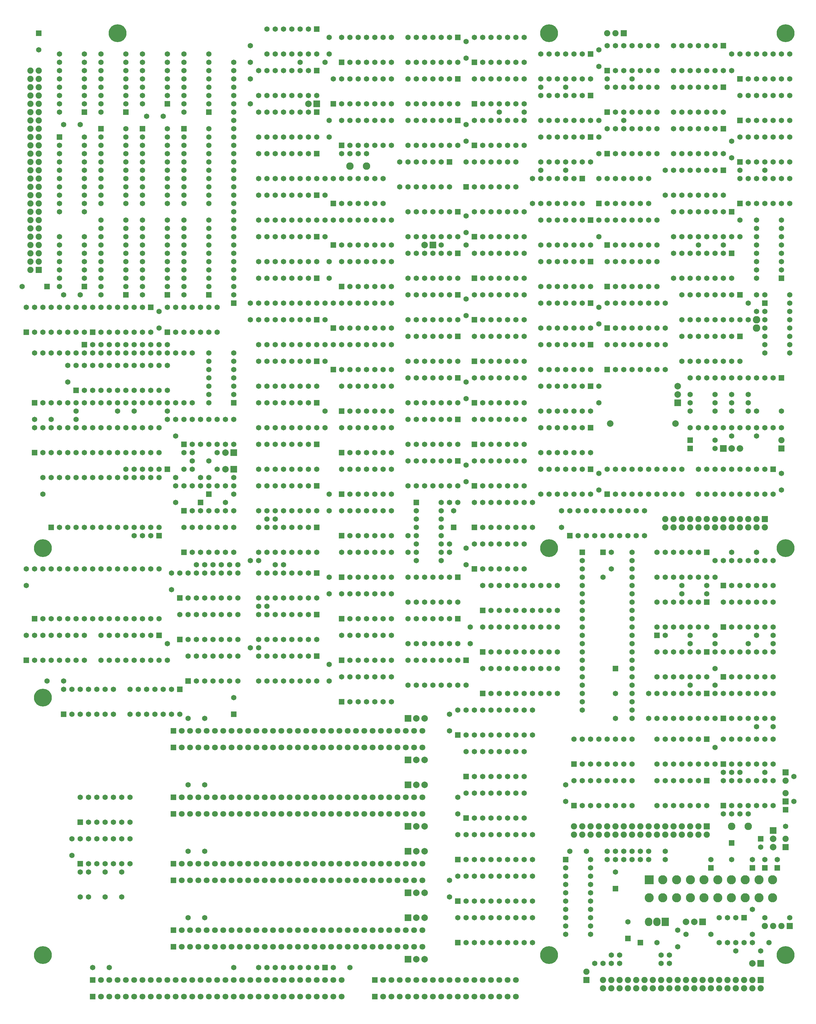
<source format=gbs>
G04*
G04  File:            MAINBOARD-V10.3.3.GBS, Thu Sep 04 11:49:13 2025*
G04  Source:          P-CAD 2006 PCB, Version 19.02.958, (D:\PCAD-2006\Projects\Pentagon-4096\Hardware\MainBoard-v10.3.3.PCB)*
G04  Format:          Gerber Format (RS-274-D), ASCII*
G04*
G04  Format Options:  Absolute Positioning*
G04                   Leading-Zero Suppression*
G04                   Scale Factor 1:1*
G04                   NO Circular Interpolation*
G04                   Inch Units*
G04                   Numeric Format: 4.4 (XXXX.XXXX)*
G04                   G54 NOT Used for Aperture Change*
G04                   Apertures Embedded*
G04*
G04  File Options:    Offset = (0.0mil,0.0mil)*
G04                   Drill Symbol Size = 80.0mil*
G04                   No Pad/Via Holes*
G04*
G04  File Contents:   Pads*
G04                   No Vias*
G04                   No Designators*
G04                   No Types*
G04                   No Values*
G04                   No Drill Symbols*
G04                   Bot Mask*
G04*
%INMAINBOARD-V10.3.3.GBS*%
%ICAS*%
%MOIN*%
G04*
G04  Aperture MACROs for general use --- invoked via D-code assignment *
G04*
G04  General MACRO for flashed round with rotation and/or offset hole *
%AMROTOFFROUND*
1,1,$1,0.0000,0.0000*
1,0,$2,$3,$4*%
G04*
G04  General MACRO for flashed oval (obround) with rotation and/or offset hole *
%AMROTOFFOVAL*
21,1,$1,$2,0.0000,0.0000,$3*
1,1,$4,$5,$6*
1,1,$4,0-$5,0-$6*
1,0,$7,$8,$9*%
G04*
G04  General MACRO for flashed oval (obround) with rotation and no hole *
%AMROTOVALNOHOLE*
21,1,$1,$2,0.0000,0.0000,$3*
1,1,$4,$5,$6*
1,1,$4,0-$5,0-$6*%
G04*
G04  General MACRO for flashed rectangle with rotation and/or offset hole *
%AMROTOFFRECT*
21,1,$1,$2,0.0000,0.0000,$3*
1,0,$4,$5,$6*%
G04*
G04  General MACRO for flashed rectangle with rotation and no hole *
%AMROTRECTNOHOLE*
21,1,$1,$2,0.0000,0.0000,$3*%
G04*
G04  General MACRO for flashed rounded-rectangle *
%AMROUNDRECT*
21,1,$1,$2-$4,0.0000,0.0000,$3*
21,1,$1-$4,$2,0.0000,0.0000,$3*
1,1,$4,$5,$6*
1,1,$4,$7,$8*
1,1,$4,0-$5,0-$6*
1,1,$4,0-$7,0-$8*
1,0,$9,$10,$11*%
G04*
G04  General MACRO for flashed rounded-rectangle with rotation and no hole *
%AMROUNDRECTNOHOLE*
21,1,$1,$2-$4,0.0000,0.0000,$3*
21,1,$1-$4,$2,0.0000,0.0000,$3*
1,1,$4,$5,$6*
1,1,$4,$7,$8*
1,1,$4,0-$5,0-$6*
1,1,$4,0-$7,0-$8*%
G04*
G04  General MACRO for flashed regular polygon *
%AMREGPOLY*
5,1,$1,0.0000,0.0000,$2,$3+$4*
1,0,$5,$6,$7*%
G04*
G04  General MACRO for flashed regular polygon with no hole *
%AMREGPOLYNOHOLE*
5,1,$1,0.0000,0.0000,$2,$3+$4*%
G04*
G04  General MACRO for target *
%AMTARGET*
6,0,0,$1,$2,$3,4,$4,$5,$6*%
G04*
G04  General MACRO for mounting hole *
%AMMTHOLE*
1,1,$1,0,0*
1,0,$2,0,0*
$1=$1-$2*
$1=$1/2*
21,1,$2+$1,$3,0,0,$4*
21,1,$3,$2+$1,0,0,$4*%
G04*
G04*
G04  D10 : "Ellipse X8.0mil Y8.0mil H0.0mil 0.0deg (0.0mil,0.0mil) Draw"*
G04  Disc: OuterDia=0.0080*
%ADD10C, 0.0080*%
G04  D11 : "Ellipse X10.0mil Y10.0mil H0.0mil 0.0deg (0.0mil,0.0mil) Draw"*
G04  Disc: OuterDia=0.0100*
%ADD11C, 0.0100*%
G04  D12 : "Ellipse X15.0mil Y15.0mil H0.0mil 0.0deg (0.0mil,0.0mil) Draw"*
G04  Disc: OuterDia=0.0150*
%ADD12C, 0.0150*%
G04  D13 : "Ellipse X25.0mil Y25.0mil H0.0mil 0.0deg (0.0mil,0.0mil) Draw"*
G04  Disc: OuterDia=0.0250*
%ADD13C, 0.0250*%
G04  D14 : "Ellipse X30.0mil Y30.0mil H0.0mil 0.0deg (0.0mil,0.0mil) Draw"*
G04  Disc: OuterDia=0.0300*
%ADD14C, 0.0300*%
G04  D15 : "Ellipse X40.0mil Y40.0mil H0.0mil 0.0deg (0.0mil,0.0mil) Draw"*
G04  Disc: OuterDia=0.0400*
%ADD15C, 0.0400*%
G04  D16 : "Ellipse X5.0mil Y5.0mil H0.0mil 0.0deg (0.0mil,0.0mil) Draw"*
G04  Disc: OuterDia=0.0050*
%ADD16C, 0.0050*%
G04  D17 : "Ellipse X6.0mil Y6.0mil H0.0mil 0.0deg (0.0mil,0.0mil) Draw"*
G04  Disc: OuterDia=0.0060*
%ADD17C, 0.0060*%
G04  D18 : "Ellipse X9.8mil Y9.8mil H0.0mil 0.0deg (0.0mil,0.0mil) Draw"*
G04  Disc: OuterDia=0.0098*
%ADD18C, 0.0098*%
G04  D19 : "Ellipse X110.0mil Y110.0mil H0.0mil 0.0deg (0.0mil,0.0mil) Flash"*
G04  Disc: OuterDia=0.1100*
%ADD19C, 0.1100*%
G04  D20 : "Ellipse X200.0mil Y200.0mil H0.0mil 0.0deg (0.0mil,0.0mil) Flash"*
G04  Disc: OuterDia=0.2000*
%ADD20C, 0.2000*%
G04  D21 : "Ellipse X215.0mil Y215.0mil H0.0mil 0.0deg (0.0mil,0.0mil) Flash"*
G04  Disc: OuterDia=0.2150*
%ADD21C, 0.2150*%
G04  D22 : "Ellipse X50.0mil Y50.0mil H0.0mil 0.0deg (0.0mil,0.0mil) Flash"*
G04  Disc: OuterDia=0.0500*
%ADD22C, 0.0500*%
G04  D23 : "Ellipse X56.0mil Y56.0mil H0.0mil 0.0deg (0.0mil,0.0mil) Flash"*
G04  Disc: OuterDia=0.0560*
%ADD23C, 0.0560*%
G04  D24 : "Ellipse X60.0mil Y60.0mil H0.0mil 0.0deg (0.0mil,0.0mil) Flash"*
G04  Disc: OuterDia=0.0600*
%ADD24C, 0.0600*%
G04  D25 : "Ellipse X64.0mil Y64.0mil H0.0mil 0.0deg (0.0mil,0.0mil) Flash"*
G04  Disc: OuterDia=0.0640*
%ADD25C, 0.0640*%
G04  D26 : "Ellipse X65.0mil Y65.0mil H0.0mil 0.0deg (0.0mil,0.0mil) Flash"*
G04  Disc: OuterDia=0.0650*
%ADD26C, 0.0650*%
G04  D27 : "Ellipse X71.0mil Y71.0mil H0.0mil 0.0deg (0.0mil,0.0mil) Flash"*
G04  Disc: OuterDia=0.0710*
%ADD27C, 0.0710*%
G04  D28 : "Ellipse X75.0mil Y75.0mil H0.0mil 0.0deg (0.0mil,0.0mil) Flash"*
G04  Disc: OuterDia=0.0750*
%ADD28C, 0.0750*%
G04  D29 : "Ellipse X79.0mil Y79.0mil H0.0mil 0.0deg (0.0mil,0.0mil) Flash"*
G04  Disc: OuterDia=0.0790*
%ADD29C, 0.0790*%
G04  D30 : "Ellipse X90.0mil Y90.0mil H0.0mil 0.0deg (0.0mil,0.0mil) Flash"*
G04  Disc: OuterDia=0.0900*
%ADD30C, 0.0900*%
G04  D31 : "Ellipse X95.0mil Y95.0mil H0.0mil 0.0deg (0.0mil,0.0mil) Flash"*
G04  Disc: OuterDia=0.0950*
%ADD31C, 0.0950*%
G04  D32 : "Oval X75.0mil Y87.0mil H0.0mil 0.0deg (0.0mil,0.0mil) Flash"*
G04  Obround: DimX=0.0750, DimY=0.0870, Rotation=0.0, OffsetX=0.0000, OffsetY=0.0000, HoleDia=0.0000 *
%ADD32O, 0.0750 X0.0870*%
G04  D33 : "Oval X90.0mil Y102.0mil H0.0mil 0.0deg (0.0mil,0.0mil) Flash"*
G04  Obround: DimX=0.0900, DimY=0.1020, Rotation=0.0, OffsetX=0.0000, OffsetY=0.0000, HoleDia=0.0000 *
%ADD33O, 0.0900 X0.1020*%
G04  D34 : "Rectangle X110.0mil Y110.0mil H0.0mil 0.0deg (0.0mil,0.0mil) Flash"*
G04  Square: Side=0.1100, Rotation=0.0, OffsetX=0.0000, OffsetY=0.0000, HoleDia=0.0000*
%ADD34R, 0.1100 X0.1100*%
G04  D35 : "Rectangle X50.0mil Y50.0mil H0.0mil 0.0deg (0.0mil,0.0mil) Flash"*
G04  Square: Side=0.0500, Rotation=0.0, OffsetX=0.0000, OffsetY=0.0000, HoleDia=0.0000*
%ADD35R, 0.0500 X0.0500*%
G04  D36 : "Rectangle X56.0mil Y56.0mil H0.0mil 0.0deg (0.0mil,0.0mil) Flash"*
G04  Square: Side=0.0560, Rotation=0.0, OffsetX=0.0000, OffsetY=0.0000, HoleDia=0.0000*
%ADD36R, 0.0560 X0.0560*%
G04  D37 : "Rectangle X60.0mil Y60.0mil H0.0mil 0.0deg (0.0mil,0.0mil) Flash"*
G04  Square: Side=0.0600, Rotation=0.0, OffsetX=0.0000, OffsetY=0.0000, HoleDia=0.0000*
%ADD37R, 0.0600 X0.0600*%
G04  D38 : "Rectangle X64.0mil Y64.0mil H0.0mil 0.0deg (0.0mil,0.0mil) Flash"*
G04  Square: Side=0.0640, Rotation=0.0, OffsetX=0.0000, OffsetY=0.0000, HoleDia=0.0000*
%ADD38R, 0.0640 X0.0640*%
G04  D39 : "Rectangle X65.0mil Y65.0mil H0.0mil 0.0deg (0.0mil,0.0mil) Flash"*
G04  Square: Side=0.0650, Rotation=0.0, OffsetX=0.0000, OffsetY=0.0000, HoleDia=0.0000*
%ADD39R, 0.0650 X0.0650*%
G04  D40 : "Rectangle X71.0mil Y71.0mil H0.0mil 0.0deg (0.0mil,0.0mil) Flash"*
G04  Square: Side=0.0710, Rotation=0.0, OffsetX=0.0000, OffsetY=0.0000, HoleDia=0.0000*
%ADD40R, 0.0710 X0.0710*%
G04  D41 : "Rectangle X75.0mil Y75.0mil H0.0mil 0.0deg (0.0mil,0.0mil) Flash"*
G04  Square: Side=0.0750, Rotation=0.0, OffsetX=0.0000, OffsetY=0.0000, HoleDia=0.0000*
%ADD41R, 0.0750 X0.0750*%
G04  D42 : "Rectangle X75.0mil Y87.0mil H0.0mil 0.0deg (0.0mil,0.0mil) Flash"*
G04  Rectangular: DimX=0.0750, DimY=0.0870, Rotation=0.0, OffsetX=0.0000, OffsetY=0.0000, HoleDia=0.0000 *
%ADD42R, 0.0750 X0.0870*%
G04  D43 : "Rectangle X79.0mil Y79.0mil H0.0mil 0.0deg (0.0mil,0.0mil) Flash"*
G04  Square: Side=0.0790, Rotation=0.0, OffsetX=0.0000, OffsetY=0.0000, HoleDia=0.0000*
%ADD43R, 0.0790 X0.0790*%
G04  D44 : "Rectangle X90.0mil Y102.0mil H0.0mil 0.0deg (0.0mil,0.0mil) Flash"*
G04  Rectangular: DimX=0.0900, DimY=0.1020, Rotation=0.0, OffsetX=0.0000, OffsetY=0.0000, HoleDia=0.0000 *
%ADD44R, 0.0900 X0.1020*%
G04  D45 : "Rectangle X95.0mil Y95.0mil H0.0mil 0.0deg (0.0mil,0.0mil) Flash"*
G04  Square: Side=0.0950, Rotation=0.0, OffsetX=0.0000, OffsetY=0.0000, HoleDia=0.0000*
%ADD45R, 0.0950 X0.0950*%
G04  D46 : "Ellipse X102.0mil Y102.0mil H0.0mil 0.0deg (0.0mil,0.0mil) Flash"*
G04  Disc: OuterDia=0.1020*
%ADD46C, 0.1020*%
G04  D47 : "Ellipse X118.0mil Y118.0mil H0.0mil 0.0deg (0.0mil,0.0mil) Flash"*
G04  Disc: OuterDia=0.1180*
%ADD47C, 0.1180*%
G04  D48 : "Ellipse X133.0mil Y133.0mil H0.0mil 0.0deg (0.0mil,0.0mil) Flash"*
G04  Disc: OuterDia=0.1330*
%ADD48C, 0.1330*%
G04  D49 : "Ellipse X20.0mil Y20.0mil H0.0mil 0.0deg (0.0mil,0.0mil) Flash"*
G04  Disc: OuterDia=0.0200*
%ADD49C, 0.0200*%
G04  D50 : "Ellipse X35.0mil Y35.0mil H0.0mil 0.0deg (0.0mil,0.0mil) Flash"*
G04  Disc: OuterDia=0.0350*
%ADD50C, 0.0350*%
G04  D51 : "Ellipse X55.0mil Y55.0mil H0.0mil 0.0deg (0.0mil,0.0mil) Flash"*
G04  Disc: OuterDia=0.0550*
%ADD51C, 0.0550*%
G04  D52 : "Ellipse X70.0mil Y70.0mil H0.0mil 0.0deg (0.0mil,0.0mil) Flash"*
G04  Disc: OuterDia=0.0700*
%ADD52C, 0.0700*%
G04  D53 : "Ellipse X87.0mil Y87.0mil H0.0mil 0.0deg (0.0mil,0.0mil) Flash"*
G04  Disc: OuterDia=0.0870*
%ADD53C, 0.0870*%
G04*
%FSLAX44Y44*%
%SFA1B1*%
%OFA0.0000B0.0000*%
G04*
G70*
G90*
G01*
D2*
%LNBot Mask*%
D26*
X154000Y123500D3*
Y125500D3*
X155000Y153500D3*
Y155500D3*
Y183500D3*
Y185500D3*
Y204500D3*
Y206500D3*
D21*
X193500Y106500D3*
Y217500D3*
D26*
X104000Y162000D3*
Y164000D3*
X107000Y175500D3*
Y177500D3*
X109500Y116500D3*
Y113500D3*
X108500Y116500D3*
Y113500D3*
X111500Y116500D3*
Y113500D3*
X119000Y144000D3*
Y142000D3*
X118000Y177500D3*
Y174500D3*
X119000Y172000D3*
Y171000D3*
Y177500D3*
Y174500D3*
X118000Y184000D3*
Y182000D3*
X121000Y167000D3*
Y165000D3*
X127500Y153500D3*
X126500D3*
X138500Y141500D3*
Y139500D3*
Y152000D3*
Y150000D3*
Y162000D3*
Y160000D3*
Y188000D3*
Y190000D3*
Y215000D3*
Y217000D3*
X148000Y155000D3*
Y157000D3*
X155000Y163500D3*
Y165500D3*
Y173500D3*
Y175500D3*
Y214500D3*
Y216500D3*
X167000Y125000D3*
Y127000D3*
X166500Y158000D3*
Y160000D3*
X172500Y105500D3*
Y106500D3*
X173000Y118000D3*
Y119000D3*
X172000D3*
Y118000D3*
D39*
X173000Y141000D3*
D26*
Y138000D3*
X172500Y155000D3*
Y153000D3*
X175000Y118000D3*
Y119000D3*
X176000Y118000D3*
Y119000D3*
X178500Y105500D3*
Y106500D3*
D39*
X184500Y117000D3*
D26*
Y118000D3*
X185000Y131500D3*
Y129500D3*
Y141000D3*
Y143000D3*
Y135000D3*
Y138000D3*
Y152000D3*
Y154000D3*
X187000Y202500D3*
Y204500D3*
Y213000D3*
Y215000D3*
D39*
X190500Y120500D3*
D26*
Y119500D3*
X190000Y186000D3*
Y184000D3*
D39*
X193500Y124000D3*
D26*
Y122000D3*
D41*
Y128500D3*
D28*
Y127500D3*
D21*
Y155500D3*
D26*
X193000Y164500D3*
Y162500D3*
D39*
X110000Y181500D3*
D26*
Y184500D3*
X138500Y205000D3*
Y207000D3*
X155000Y193500D3*
Y195500D3*
X180500Y109500D3*
Y107500D3*
X188000Y195000D3*
Y193000D3*
X189500Y109000D3*
Y112000D3*
D41*
X193500Y119500D3*
D28*
Y120500D3*
D21*
X104000Y106500D3*
D26*
X104500Y139500D3*
X106500D3*
X119500Y150500D3*
Y152500D3*
X117000Y157000D3*
X116000D3*
D39*
X118000D3*
D26*
X115000D3*
Y172000D3*
X113000D3*
X118500Y207500D3*
X116500D3*
D21*
X113000Y217500D3*
D26*
X131000Y148500D3*
X130000D3*
X124000Y164000D3*
X127000D3*
X122000Y166000D3*
X124000D3*
X122000Y167000D3*
X125000D3*
X142000Y203000D3*
X143000D3*
X140000D3*
X141000D3*
X135000Y214000D3*
X138000D3*
D29*
X150000Y119000D3*
D43*
X148000D3*
D29*
X149000D3*
X150000Y122000D3*
D43*
X148000D3*
D29*
X149000D3*
X150000Y127000D3*
D43*
X148000D3*
D29*
X149000D3*
X150000Y130000D3*
D43*
X148000D3*
D29*
X149000D3*
D21*
X165000Y106500D3*
D26*
X162000Y208000D3*
X159000D3*
X167000Y211000D3*
X164000D3*
D21*
X165000Y217500D3*
D39*
X174500Y108500D3*
D26*
Y110500D3*
D39*
X173000Y114500D3*
D26*
Y116500D3*
X179000Y119000D3*
Y118000D3*
D39*
X178000Y145000D3*
D26*
X179000D3*
X171000Y162500D3*
Y164500D3*
X172000Y212000D3*
X175000D3*
X171000Y213500D3*
Y215500D3*
X187500Y107000D3*
X190500D3*
D30*
X187000Y122000D3*
X189000D3*
D26*
X190000Y134000D3*
X192000D3*
X185000Y139000D3*
X182000D3*
X192000Y145000D3*
X190000D3*
X185000D3*
X182000D3*
X190000Y155000D3*
X187000D3*
Y169000D3*
X190000D3*
X187000Y172000D3*
X189000D3*
Y173000D3*
X187000D3*
X182000D3*
X185000D3*
Y172000D3*
X182000D3*
X107500Y118500D3*
Y120500D3*
D21*
X104000Y137500D3*
D26*
X102000Y151000D3*
Y153000D3*
D21*
X104000Y155500D3*
D26*
X105000Y171000D3*
X103000D3*
X108000Y172000D3*
Y171000D3*
D39*
X104500Y187000D3*
D26*
X101500D3*
X108500Y186000D3*
X106500D3*
X108500Y206500D3*
X106500D3*
X110000Y105000D3*
X112000D3*
X113500Y116500D3*
Y113500D3*
X116500Y138500D3*
X115500D3*
X118500D3*
X119500D3*
X115500Y135500D3*
X116500D3*
X119500D3*
X118500D3*
X117500Y138500D3*
X114500D3*
D39*
X120500D3*
D26*
X114500Y135500D3*
X117500D3*
X120500D3*
X115000Y165000D3*
X114000D3*
X117000D3*
X118000D3*
X116000D3*
D39*
X119000D3*
D26*
X120000Y161000D3*
Y163000D3*
X119000Y180000D3*
X118000D3*
X114000Y215000D3*
Y212000D3*
Y213000D3*
Y210000D3*
Y209000D3*
X111000Y215000D3*
Y213000D3*
Y212000D3*
Y209000D3*
Y210000D3*
X114000Y211000D3*
Y214000D3*
D39*
Y208000D3*
D26*
X111000Y214000D3*
Y211000D3*
Y208000D3*
X119000Y213000D3*
Y214000D3*
Y211000D3*
Y210000D3*
X116000Y214000D3*
Y213000D3*
Y210000D3*
Y211000D3*
X119000Y212000D3*
Y215000D3*
D39*
Y209000D3*
D26*
X116000Y215000D3*
Y212000D3*
Y209000D3*
X130000Y105000D3*
X127000D3*
D39*
Y135500D3*
D26*
Y137500D3*
X130000Y143500D3*
X129000D3*
X123500Y153500D3*
X122500D3*
X125500D3*
X124500D3*
X130000Y154000D3*
X129000D3*
D39*
X124000Y162000D3*
D26*
X127000D3*
X122000Y165000D3*
X125000D3*
D29*
X126000Y167000D3*
D43*
X127000D3*
D29*
X126000Y165000D3*
D43*
X127000D3*
D26*
Y177000D3*
Y178000D3*
Y175000D3*
Y174000D3*
X124000Y178000D3*
Y177000D3*
Y174000D3*
Y175000D3*
X127000Y176000D3*
Y179000D3*
D39*
Y173000D3*
D26*
X124000Y179000D3*
Y176000D3*
Y173000D3*
X129000Y183000D3*
Y185000D3*
Y209000D3*
Y212000D3*
Y216000D3*
Y214000D3*
X141000Y105000D3*
X139000D3*
X138000Y178000D3*
Y180000D3*
Y172000D3*
Y170000D3*
Y183000D3*
Y185000D3*
D30*
X141000Y201500D3*
X143000D3*
D26*
X138000Y198000D3*
Y200000D3*
X153000Y113500D3*
Y115500D3*
X148000Y142000D3*
X151000D3*
X150000D3*
X153000D3*
X154000D3*
X148000Y139000D3*
X150000D3*
X151000D3*
X153000D3*
X154000D3*
X152000Y142000D3*
X149000D3*
D39*
X155000D3*
D26*
X149000Y139000D3*
X152000D3*
X155000D3*
D29*
X150000Y135000D3*
D43*
X148000D3*
D29*
X149000D3*
D26*
X150000Y152000D3*
X149000D3*
X152000D3*
X153000D3*
X149000Y149000D3*
X150000D3*
X153000D3*
X152000D3*
X151000Y152000D3*
X148000D3*
D39*
X154000D3*
D26*
X148000Y149000D3*
X151000D3*
X154000D3*
X153000Y155000D3*
Y156000D3*
D39*
X153500Y158000D3*
D26*
Y160000D3*
X150000Y166000D3*
X149000D3*
X152000D3*
X153000D3*
X149000Y163000D3*
X150000D3*
X153000D3*
X152000D3*
X151000Y166000D3*
X148000D3*
D39*
X154000D3*
D26*
X148000Y163000D3*
X151000D3*
X154000D3*
Y161000D3*
X153000D3*
X150000Y176000D3*
X149000D3*
X152000D3*
X153000D3*
X149000Y173000D3*
X150000D3*
X153000D3*
X152000D3*
X151000Y176000D3*
X148000D3*
D39*
X154000D3*
D26*
X148000Y173000D3*
X151000D3*
X154000D3*
X152000Y192000D3*
X155000D3*
X150000Y186000D3*
X149000D3*
X152000D3*
X153000D3*
X149000Y183000D3*
X150000D3*
X153000D3*
X152000D3*
X151000Y186000D3*
X148000D3*
D39*
X154000D3*
D26*
X148000Y183000D3*
X151000D3*
X154000D3*
X150000Y191000D3*
X149000D3*
X152000D3*
X153000D3*
X149000Y188000D3*
X150000D3*
X153000D3*
X152000D3*
X151000Y191000D3*
X148000D3*
D39*
X154000D3*
D26*
X148000Y188000D3*
X151000D3*
X154000D3*
X149000Y202000D3*
X148000D3*
X151000D3*
X152000D3*
X148000Y199000D3*
X149000D3*
X152000D3*
X151000D3*
X150000Y202000D3*
X147000D3*
D39*
X153000D3*
D26*
X147000Y199000D3*
X150000D3*
X153000D3*
X150000Y212000D3*
X149000D3*
X152000D3*
X153000D3*
X149000Y209000D3*
X150000D3*
X153000D3*
X152000D3*
X151000Y212000D3*
X148000D3*
D39*
X154000D3*
D26*
X148000Y209000D3*
X151000D3*
X154000D3*
D21*
X165000Y155500D3*
D26*
X164000Y201000D3*
X167000D3*
D39*
X176000Y108000D3*
D26*
X178000D3*
X170500Y105500D3*
X171500D3*
X173500D3*
Y106500D3*
X179500Y105500D3*
Y106500D3*
X177000Y118000D3*
Y119000D3*
X174000D3*
Y118000D3*
X173000Y135000D3*
X175000D3*
D39*
X171500Y155000D3*
D26*
Y152000D3*
X171000Y173000D3*
Y175000D3*
X179000Y177000D3*
X176000D3*
X177000D3*
X174000D3*
X173000D3*
X179000Y180000D3*
X177000D3*
X176000D3*
X173000D3*
X174000D3*
X175000Y177000D3*
X178000D3*
D39*
X172000D3*
D26*
X178000Y180000D3*
X175000D3*
X172000D3*
D29*
X180500Y174000D3*
Y175000D3*
D43*
Y173000D3*
D26*
X179000Y182000D3*
X176000D3*
X177000D3*
X174000D3*
X173000D3*
X179000Y185000D3*
X177000D3*
X176000D3*
X173000D3*
X174000D3*
X175000Y182000D3*
X178000D3*
D39*
X172000D3*
D26*
X178000Y185000D3*
X175000D3*
X172000D3*
X176000Y187000D3*
X177000D3*
X174000D3*
X173000D3*
X177000Y190000D3*
X176000D3*
X173000D3*
X174000D3*
X175000Y187000D3*
X178000D3*
D39*
X172000D3*
D26*
X178000Y190000D3*
X175000D3*
X172000D3*
X171000Y182500D3*
Y184500D3*
Y203000D3*
Y205000D3*
X175000Y197000D3*
X176000D3*
X173000D3*
X172000D3*
X176000Y200000D3*
X175000D3*
X172000D3*
X173000D3*
X174000Y197000D3*
X177000D3*
D39*
X171000D3*
D26*
X177000Y200000D3*
X174000D3*
X171000D3*
X176000Y208000D3*
X177000D3*
X174000D3*
X173000D3*
X177000Y211000D3*
X176000D3*
X173000D3*
X174000D3*
X175000Y208000D3*
X178000D3*
D39*
X172000D3*
D26*
X178000Y211000D3*
X175000D3*
X172000D3*
X176000Y213000D3*
X177000D3*
X174000D3*
X173000D3*
X177000Y216000D3*
X176000D3*
X173000D3*
X174000D3*
X175000Y213000D3*
X178000D3*
D39*
X172000D3*
D26*
X178000Y216000D3*
X175000D3*
X172000D3*
X171000Y207000D3*
X174000D3*
X191500Y108000D3*
X189500D3*
D29*
Y105500D3*
D43*
X190500D3*
D39*
X187000Y120000D3*
D26*
Y118000D3*
D39*
X189500Y117000D3*
D26*
Y118000D3*
D39*
X191000Y117000D3*
D26*
Y118000D3*
X190000Y129500D3*
X191000D3*
X188000D3*
X187000D3*
X191000Y132500D3*
X190000D3*
X187000D3*
X188000D3*
X189000Y129500D3*
X192000D3*
D39*
X186000D3*
D26*
X192000Y132500D3*
X189000D3*
X186000D3*
X190000Y124500D3*
X191000D3*
X188000D3*
X187000D3*
X191000Y127500D3*
X190000D3*
X187000D3*
X188000D3*
X189000Y124500D3*
X192000D3*
D39*
X186000D3*
D26*
X192000Y127500D3*
X189000D3*
X186000D3*
Y123500D3*
X187000D3*
X188000D3*
X189000D3*
X191000Y128500D3*
X188000D3*
X187000D3*
X186000D3*
X190000Y140000D3*
X191000D3*
X188000D3*
X187000D3*
X191000Y143000D3*
X190000D3*
X187000D3*
X188000D3*
X189000Y140000D3*
X192000D3*
D39*
X186000D3*
D26*
X192000Y143000D3*
X189000D3*
X186000D3*
X190000Y135000D3*
X191000D3*
X188000D3*
X187000D3*
X191000Y138000D3*
X190000D3*
X187000D3*
X188000D3*
X189000Y135000D3*
X192000D3*
D39*
X186000D3*
D26*
X192000Y138000D3*
X189000D3*
X186000D3*
X192000Y144000D3*
X189000D3*
X185000D3*
X182000D3*
X190000Y151000D3*
X191000D3*
X188000D3*
X187000D3*
X191000Y154000D3*
X190000D3*
X187000D3*
X188000D3*
X189000Y151000D3*
X192000D3*
D39*
X186000D3*
D26*
X192000Y154000D3*
X189000D3*
X186000D3*
X190000Y146000D3*
X191000D3*
X188000D3*
X187000D3*
X191000Y149000D3*
X190000D3*
X187000D3*
X188000D3*
X189000Y146000D3*
X192000D3*
D39*
X186000D3*
D26*
X192000Y149000D3*
X189000D3*
X186000D3*
X184000Y165000D3*
X183000D3*
X187000D3*
X186000D3*
X190000D3*
X189000D3*
D39*
X192000D3*
D26*
X184000Y162000D3*
X183000D3*
X187000D3*
X186000D3*
X190000D3*
X189000D3*
X192000D3*
X185000Y165000D3*
X188000D3*
X191000D3*
X185000Y162000D3*
X188000D3*
X191000D3*
D39*
X182000Y167500D3*
D26*
X185000D3*
D29*
X188000D3*
D43*
X186000D3*
D29*
X187000D3*
D26*
X189000Y174000D3*
X187000D3*
X185000D3*
X182000D3*
X183000Y192000D3*
X186000D3*
X189000Y185000D3*
Y183000D3*
X188000Y201000D3*
X191000D3*
X194500Y125000D3*
Y128000D3*
D39*
X103500Y217500D3*
D26*
Y215500D3*
X111000Y145000D3*
X114000D3*
X113000D3*
X116000D3*
X117000D3*
X111000Y142000D3*
X113000D3*
X114000D3*
X116000D3*
X117000D3*
X115000Y145000D3*
X112000D3*
D39*
X118000D3*
D26*
X112000Y142000D3*
X115000D3*
X118000D3*
X114000Y194000D3*
Y195000D3*
Y191000D3*
Y192000D3*
Y188000D3*
Y189000D3*
D39*
Y186000D3*
D26*
X111000Y194000D3*
Y195000D3*
Y191000D3*
Y192000D3*
Y188000D3*
Y189000D3*
Y186000D3*
X114000Y193000D3*
Y190000D3*
Y187000D3*
X111000Y193000D3*
Y190000D3*
Y187000D3*
X119000Y194000D3*
Y195000D3*
Y191000D3*
Y192000D3*
Y188000D3*
Y189000D3*
D39*
Y186000D3*
D26*
X116000Y194000D3*
Y195000D3*
Y191000D3*
Y192000D3*
Y188000D3*
Y189000D3*
Y186000D3*
X119000Y193000D3*
Y190000D3*
Y187000D3*
X116000Y193000D3*
Y190000D3*
Y187000D3*
X120000Y169000D3*
Y171000D3*
X113000Y184500D3*
X112000D3*
X115000D3*
X116000D3*
X112000Y181500D3*
X113000D3*
X116000D3*
X115000D3*
X114000Y184500D3*
X111000D3*
D39*
X117000D3*
D26*
X111000Y181500D3*
X114000D3*
X117000D3*
X138000Y193000D3*
Y195000D3*
X153000Y133500D3*
Y135500D3*
X150000Y147000D3*
X149000D3*
X152000D3*
X153000D3*
X149000Y144000D3*
X150000D3*
X153000D3*
X152000D3*
X151000Y147000D3*
X148000D3*
D39*
X154000D3*
D26*
X148000Y144000D3*
X151000D3*
X154000D3*
X155500Y146000D3*
Y144000D3*
X149000Y154000D3*
Y157000D3*
Y156000D3*
Y159000D3*
Y160000D3*
X152000Y154000D3*
Y156000D3*
Y157000D3*
Y160000D3*
Y159000D3*
X149000Y158000D3*
Y155000D3*
D39*
Y161000D3*
D26*
X152000Y155000D3*
Y158000D3*
Y161000D3*
X150000Y196000D3*
X149000D3*
X152000D3*
X153000D3*
X149000Y193000D3*
X150000D3*
X153000D3*
X152000D3*
X151000Y196000D3*
X148000D3*
D39*
X154000D3*
D26*
X148000Y193000D3*
X151000D3*
X154000D3*
X150000Y171000D3*
X149000D3*
X152000D3*
X153000D3*
X149000Y168000D3*
X150000D3*
X153000D3*
X152000D3*
X151000Y171000D3*
X148000D3*
D39*
X154000D3*
D26*
X148000Y168000D3*
X151000D3*
X154000D3*
X150000Y181000D3*
X149000D3*
X152000D3*
X153000D3*
X149000Y178000D3*
X150000D3*
X153000D3*
X152000D3*
X151000Y181000D3*
X148000D3*
D39*
X154000D3*
D26*
X148000Y178000D3*
X151000D3*
X154000D3*
D29*
X150000Y192000D3*
D43*
X151000D3*
D26*
X150000Y217000D3*
X149000D3*
X152000D3*
X153000D3*
X149000Y214000D3*
X150000D3*
X153000D3*
X152000D3*
X151000Y217000D3*
X148000D3*
D39*
X154000D3*
D26*
X148000Y214000D3*
X151000D3*
X154000D3*
X150000Y207000D3*
X149000D3*
X152000D3*
X153000D3*
X149000Y204000D3*
X150000D3*
X153000D3*
X152000D3*
X151000Y207000D3*
X148000D3*
D39*
X154000D3*
D26*
X148000Y204000D3*
X151000D3*
X154000D3*
D44*
X179000Y110500D3*
D33*
X177000D3*
X178000D3*
D26*
X171000Y193000D3*
Y195000D3*
X176000Y192000D3*
X177000D3*
X174000D3*
X173000D3*
X177000Y195000D3*
X176000D3*
X173000D3*
X174000D3*
X175000Y192000D3*
X178000D3*
D39*
X172000D3*
D26*
X178000Y195000D3*
X175000D3*
X172000D3*
D29*
X180250Y170500D3*
X172375D3*
D26*
X176000Y203000D3*
X177000D3*
X174000D3*
X173000D3*
X177000Y206000D3*
X176000D3*
X173000D3*
X174000D3*
X175000Y203000D3*
X178000D3*
D39*
X172000D3*
D26*
X178000Y206000D3*
X175000D3*
X172000D3*
X186500Y111000D3*
X185500D3*
D39*
X188500D3*
D26*
X186500Y108000D3*
X185500D3*
X188500D3*
X187500Y111000D3*
Y108000D3*
D29*
X192000Y119500D3*
D43*
Y121500D3*
D29*
Y120500D3*
D39*
X182000Y168500D3*
D26*
X185000D3*
D30*
X190000Y183000D3*
Y182000D3*
D26*
X106000Y197000D3*
Y196000D3*
Y200000D3*
Y199000D3*
Y203000D3*
Y202000D3*
D39*
Y205000D3*
D26*
X109000Y197000D3*
Y196000D3*
Y200000D3*
Y199000D3*
Y203000D3*
Y202000D3*
Y205000D3*
X106000Y198000D3*
Y201000D3*
Y204000D3*
X109000Y198000D3*
Y201000D3*
Y204000D3*
D28*
X102500Y212000D3*
Y213000D3*
Y209000D3*
Y210000D3*
Y206000D3*
Y207000D3*
Y203000D3*
Y204000D3*
Y200000D3*
Y201000D3*
Y197000D3*
Y198000D3*
Y194000D3*
Y195000D3*
Y191000D3*
Y192000D3*
Y189000D3*
Y211000D3*
Y208000D3*
Y205000D3*
Y202000D3*
Y199000D3*
Y196000D3*
Y193000D3*
Y190000D3*
X103500Y212000D3*
Y213000D3*
Y209000D3*
Y210000D3*
Y206000D3*
Y207000D3*
Y203000D3*
Y204000D3*
Y200000D3*
Y201000D3*
Y197000D3*
Y198000D3*
Y194000D3*
Y195000D3*
Y191000D3*
Y192000D3*
D41*
Y189000D3*
D28*
Y211000D3*
Y208000D3*
Y205000D3*
Y202000D3*
Y199000D3*
Y196000D3*
Y193000D3*
Y190000D3*
D26*
X111000Y198000D3*
Y197000D3*
Y201000D3*
Y200000D3*
Y204000D3*
Y203000D3*
D39*
Y206000D3*
D26*
X114000Y198000D3*
Y197000D3*
Y201000D3*
Y200000D3*
Y204000D3*
Y203000D3*
Y206000D3*
X111000Y199000D3*
Y202000D3*
Y205000D3*
X114000Y199000D3*
Y202000D3*
Y205000D3*
X116000Y198000D3*
Y197000D3*
Y201000D3*
Y200000D3*
Y204000D3*
Y203000D3*
D39*
Y206000D3*
D26*
X119000Y198000D3*
Y197000D3*
Y201000D3*
Y200000D3*
Y204000D3*
Y203000D3*
Y206000D3*
X116000Y199000D3*
Y202000D3*
Y205000D3*
X119000Y199000D3*
Y202000D3*
Y205000D3*
X127000Y214000D3*
Y213000D3*
Y211000D3*
Y210000D3*
Y208000D3*
Y207000D3*
Y205000D3*
Y204000D3*
Y202000D3*
Y201000D3*
Y199000D3*
Y198000D3*
Y196000D3*
Y195000D3*
Y193000D3*
Y192000D3*
Y190000D3*
Y189000D3*
Y187000D3*
Y186000D3*
Y212000D3*
Y209000D3*
Y206000D3*
Y203000D3*
Y200000D3*
Y197000D3*
Y194000D3*
Y191000D3*
Y188000D3*
D39*
Y185000D3*
D29*
X150000Y106000D3*
D43*
X148000D3*
D29*
X149000D3*
D26*
X123500Y119000D3*
X121500D3*
X123500Y127000D3*
X121500D3*
D39*
X123000Y161000D3*
D26*
X126000D3*
X123000Y164000D3*
X120000D3*
D29*
X136000Y209000D3*
D43*
X137000D3*
D41*
X194000Y110000D3*
D28*
X193000D3*
X191000D3*
X192000D3*
D26*
X181500Y109000D3*
X184500D3*
X167500Y119000D3*
X169500D3*
X184000Y151000D3*
X181000D3*
X193000Y172000D3*
X190000D3*
D41*
X174000Y217500D3*
D28*
X172000D3*
X173000D3*
D26*
X131000Y105000D3*
X133000D3*
X134000D3*
X136000D3*
X137000D3*
X132000D3*
X135000D3*
D39*
X138000D3*
D26*
X112500Y117500D3*
X113500D3*
X110500D3*
X109500D3*
X113500Y120500D3*
X112500D3*
X109500D3*
X110500D3*
X111500Y117500D3*
X114500D3*
D39*
X108500D3*
D26*
X114500Y120500D3*
X111500D3*
X108500D3*
X123500Y111000D3*
X121500D3*
D29*
X150000Y114000D3*
D43*
X148000D3*
D29*
X149000D3*
X150000Y111000D3*
D43*
X148000D3*
D29*
X149000D3*
D26*
X112500Y122500D3*
X113500D3*
X110500D3*
X109500D3*
X113500Y125500D3*
X112500D3*
X109500D3*
X110500D3*
X111500Y122500D3*
X114500D3*
D39*
X108500D3*
D26*
X114500Y125500D3*
X111500D3*
X108500D3*
X130000Y142500D3*
X133000D3*
X132000D3*
X135000D3*
X136000D3*
X130000Y139500D3*
X132000D3*
X133000D3*
X136000D3*
X135000D3*
X134000Y142500D3*
X131000D3*
D39*
X137000D3*
D26*
X131000Y139500D3*
X134000D3*
X137000D3*
X144000Y142000D3*
X145000D3*
X142000D3*
X141000D3*
X145000Y145000D3*
X144000D3*
X141000D3*
X142000D3*
X143000Y142000D3*
X146000D3*
D39*
X140000D3*
D26*
X146000Y145000D3*
X143000D3*
X140000D3*
X144000Y137000D3*
X145000D3*
X142000D3*
X141000D3*
X145000Y140000D3*
X144000D3*
X141000D3*
X142000D3*
X143000Y137000D3*
X146000D3*
D39*
X140000D3*
D26*
X146000Y140000D3*
X143000D3*
X140000D3*
X125500Y139500D3*
X126500D3*
X123500D3*
X122500D3*
X126500Y142500D3*
X125500D3*
X122500D3*
X123500D3*
X124500Y139500D3*
X127500D3*
D39*
X121500D3*
D26*
X127500Y142500D3*
X124500D3*
X121500D3*
X110500Y135500D3*
X111500D3*
X108500D3*
X107500D3*
X111500Y138500D3*
X110500D3*
X107500D3*
X108500D3*
X109500Y135500D3*
X112500D3*
D39*
X106500D3*
D26*
X112500Y138500D3*
X109500D3*
X106500D3*
X123500Y135000D3*
X121500D3*
X130000Y152500D3*
X133000D3*
X132000D3*
X135000D3*
X136000D3*
X130000Y149500D3*
X132000D3*
X133000D3*
X135000D3*
X136000D3*
X134000Y152500D3*
X131000D3*
D39*
X137000D3*
D26*
X131000Y149500D3*
X134000D3*
X137000D3*
X144000Y147000D3*
X145000D3*
X142000D3*
X141000D3*
X145000Y150000D3*
X144000D3*
X141000D3*
X142000D3*
X143000Y147000D3*
X146000D3*
D39*
X140000D3*
D26*
X146000Y150000D3*
X143000D3*
X140000D3*
X144000Y152000D3*
X145000D3*
X142000D3*
X141000D3*
X145000Y155000D3*
X144000D3*
X141000D3*
X142000D3*
X143000Y152000D3*
X146000D3*
D39*
X140000D3*
D26*
X146000Y155000D3*
X143000D3*
X140000D3*
X127500Y149500D3*
X124500D3*
X125500D3*
X122500D3*
X121500D3*
X127500Y152500D3*
X125500D3*
X124500D3*
X122500D3*
X121500D3*
X123500Y149500D3*
X126500D3*
D39*
X120500D3*
D26*
X126500Y152500D3*
X123500D3*
X120500D3*
X133000Y153500D3*
X132000D3*
X118000Y158000D3*
X116000D3*
X115000D3*
X113000D3*
X112000D3*
X110000D3*
X109000D3*
X107000D3*
X106000D3*
X118000Y164000D3*
X116000D3*
X115000D3*
X113000D3*
X112000D3*
X110000D3*
X109000D3*
X107000D3*
X106000D3*
X117000Y158000D3*
X114000D3*
X111000D3*
X108000D3*
D39*
X105000D3*
D26*
X117000Y164000D3*
X114000D3*
X111000D3*
X105000D3*
X108000D3*
X144000Y162000D3*
X145000D3*
X142000D3*
X141000D3*
X145000Y165000D3*
X144000D3*
X141000D3*
X142000D3*
X143000Y162000D3*
X146000D3*
D39*
X140000D3*
D26*
X146000Y165000D3*
X143000D3*
X140000D3*
X130000Y168000D3*
X133000D3*
X132000D3*
X135000D3*
X136000D3*
X130000Y165000D3*
X132000D3*
X133000D3*
X135000D3*
X136000D3*
X134000Y168000D3*
X131000D3*
D39*
X137000D3*
D26*
X131000Y165000D3*
X134000D3*
X137000D3*
X130000Y163000D3*
X133000D3*
X132000D3*
X135000D3*
X136000D3*
X130000Y160000D3*
X132000D3*
X133000D3*
X135000D3*
X136000D3*
X134000Y163000D3*
X131000D3*
D39*
X137000D3*
D26*
X131000Y160000D3*
X134000D3*
X137000D3*
X125000D3*
X126000D3*
X123000D3*
X122000D3*
X126000Y163000D3*
X125000D3*
X122000D3*
X123000D3*
X124000Y160000D3*
X127000D3*
D39*
X121000D3*
D26*
X127000Y163000D3*
X124000D3*
X121000D3*
X131000Y159000D3*
X132000D3*
X110000Y180000D3*
X111000D3*
X113000D3*
X114000D3*
X116000D3*
X117000D3*
D39*
X109000D3*
D26*
X112000D3*
X115000D3*
X130000Y178000D3*
X133000D3*
X132000D3*
X135000D3*
X136000D3*
X130000Y175000D3*
X132000D3*
X133000D3*
X135000D3*
X136000D3*
X134000Y178000D3*
X131000D3*
D39*
X137000D3*
D26*
X131000Y175000D3*
X134000D3*
X137000D3*
X130000Y173000D3*
X133000D3*
X132000D3*
X135000D3*
X136000D3*
X130000Y170000D3*
X132000D3*
X133000D3*
X135000D3*
X136000D3*
X134000Y173000D3*
X131000D3*
D39*
X137000D3*
D26*
X131000Y170000D3*
X134000D3*
X137000D3*
X116000Y174500D3*
X117000D3*
X113000D3*
X114000D3*
X110000D3*
X111000D3*
D39*
X108000D3*
D26*
X116000Y177500D3*
X117000D3*
X113000D3*
X114000D3*
X110000D3*
X111000D3*
X108000D3*
X115000Y174500D3*
X112000D3*
X109000D3*
X115000Y177500D3*
X112000D3*
X109000D3*
X146000Y177000D3*
X143000D3*
X144000D3*
X141000D3*
X140000D3*
X146000Y180000D3*
X144000D3*
X143000D3*
X141000D3*
X140000D3*
X142000Y177000D3*
X145000D3*
D39*
X139000D3*
D26*
X145000Y180000D3*
X142000D3*
X139000D3*
X144000Y172000D3*
X145000D3*
X142000D3*
X141000D3*
X145000Y175000D3*
X144000D3*
X141000D3*
X142000D3*
X143000Y172000D3*
X146000D3*
D39*
X140000D3*
D26*
X146000Y175000D3*
X143000D3*
X140000D3*
X130000Y188000D3*
X133000D3*
X132000D3*
X135000D3*
X136000D3*
X130000Y185000D3*
X132000D3*
X133000D3*
X135000D3*
X136000D3*
X134000Y188000D3*
X131000D3*
D39*
X137000D3*
D26*
X131000Y185000D3*
X134000D3*
X137000D3*
X146000Y182000D3*
X143000D3*
X144000D3*
X141000D3*
X140000D3*
X146000Y185000D3*
X144000D3*
X143000D3*
X141000D3*
X140000D3*
X142000Y182000D3*
X145000D3*
D39*
X139000D3*
D26*
X145000Y185000D3*
X142000D3*
X139000D3*
X144000Y187000D3*
X145000D3*
X142000D3*
X141000D3*
X145000Y190000D3*
X144000D3*
X141000D3*
X142000D3*
X143000Y187000D3*
X146000D3*
D39*
X140000D3*
D26*
X146000Y190000D3*
X143000D3*
X140000D3*
X130000Y198000D3*
X133000D3*
X132000D3*
X135000D3*
X136000D3*
X130000Y195000D3*
X132000D3*
X133000D3*
X135000D3*
X136000D3*
X134000Y198000D3*
X131000D3*
D39*
X137000D3*
D26*
X131000Y195000D3*
X134000D3*
X137000D3*
X130000Y203000D3*
X133000D3*
X132000D3*
X135000D3*
X136000D3*
X130000Y200000D3*
X132000D3*
X133000D3*
X135000D3*
X136000D3*
X134000Y203000D3*
X131000D3*
D39*
X137000D3*
D26*
X131000Y200000D3*
X134000D3*
X137000D3*
X143000Y197000D3*
X144000D3*
X141000D3*
X140000D3*
X144000Y200000D3*
X143000D3*
X140000D3*
X141000D3*
X142000Y197000D3*
X145000D3*
D39*
X139000D3*
D26*
X145000Y200000D3*
X142000D3*
X139000D3*
X130000Y213000D3*
X133000D3*
X132000D3*
X135000D3*
X136000D3*
X130000Y210000D3*
X132000D3*
X133000D3*
X135000D3*
X136000D3*
X134000Y213000D3*
X131000D3*
D39*
X137000D3*
D26*
X131000Y210000D3*
X134000D3*
X137000D3*
X109000Y215000D3*
Y212000D3*
Y213000D3*
Y210000D3*
Y209000D3*
X106000Y215000D3*
Y213000D3*
Y212000D3*
Y209000D3*
Y210000D3*
X109000Y211000D3*
Y214000D3*
D39*
Y208000D3*
D26*
X106000Y214000D3*
Y211000D3*
Y208000D3*
X124000Y215000D3*
Y212000D3*
Y213000D3*
Y210000D3*
Y209000D3*
X121000Y215000D3*
Y213000D3*
Y212000D3*
Y209000D3*
Y210000D3*
X124000Y211000D3*
Y214000D3*
D39*
Y208000D3*
D26*
X121000Y214000D3*
Y211000D3*
Y208000D3*
X144000Y214000D3*
X145000D3*
X142000D3*
X141000D3*
X145000Y217000D3*
X144000D3*
X141000D3*
X142000D3*
X143000Y214000D3*
X146000D3*
D39*
X140000D3*
D26*
X146000Y217000D3*
X143000D3*
X140000D3*
X146000Y209000D3*
X143000D3*
X144000D3*
X141000D3*
X140000D3*
X146000Y212000D3*
X144000D3*
X143000D3*
X141000D3*
X140000D3*
X142000Y209000D3*
X145000D3*
D39*
X139000D3*
D26*
X145000Y212000D3*
X142000D3*
X139000D3*
D41*
X169500Y103500D3*
D28*
Y104500D3*
X171500Y102500D3*
X174500D3*
X173500D3*
X177500D3*
X176500D3*
X180500D3*
X179500D3*
X183500D3*
X182500D3*
X186500D3*
X185500D3*
X189500D3*
X188500D3*
X172500D3*
X175500D3*
X178500D3*
X181500D3*
X184500D3*
X187500D3*
X190500D3*
X171500Y103500D3*
X174500D3*
X173500D3*
X177500D3*
X176500D3*
X180500D3*
X179500D3*
X183500D3*
X182500D3*
X186500D3*
X185500D3*
X189500D3*
X188500D3*
X172500D3*
X175500D3*
X178500D3*
X181500D3*
X184500D3*
X187500D3*
D41*
X190500D3*
D19*
X177059Y113417D3*
D34*
Y115582D3*
D19*
X180366Y113417D3*
Y115582D3*
X183673Y113417D3*
Y115582D3*
X185326Y113417D3*
Y115582D3*
X188633Y113417D3*
Y115582D3*
X191940Y113417D3*
Y115582D3*
X178712Y113417D3*
X182019D3*
Y115582D3*
X178712D3*
X190287Y113417D3*
X186980D3*
X190287Y115582D3*
X186980D3*
D29*
X182500Y110500D3*
X181500D3*
D43*
X183500D3*
D39*
X192500Y117000D3*
D26*
Y118000D3*
X162000Y113000D3*
X163000D3*
X159000D3*
X160000D3*
X156000D3*
X157000D3*
D39*
X154000D3*
D26*
X162000Y116000D3*
X163000D3*
X159000D3*
X160000D3*
X156000D3*
X157000D3*
X154000D3*
X161000Y113000D3*
X158000D3*
X155000D3*
X161000Y116000D3*
X158000D3*
X155000D3*
X162000Y118000D3*
X163000D3*
X159000D3*
X160000D3*
X156000D3*
X157000D3*
D39*
X154000D3*
D26*
X162000Y121000D3*
X163000D3*
X159000D3*
X160000D3*
X156000D3*
X157000D3*
X154000D3*
X161000Y118000D3*
X158000D3*
X155000D3*
X161000Y121000D3*
X158000D3*
X155000D3*
X191000Y111000D3*
X194000D3*
X180000Y132500D3*
X179000D3*
X182000D3*
X183000D3*
X179000Y129500D3*
X180000D3*
X183000D3*
X182000D3*
X181000Y132500D3*
X178000D3*
D39*
X184000D3*
D26*
X178000Y129500D3*
X181000D3*
X184000D3*
X180000Y127500D3*
X179000D3*
X182000D3*
X183000D3*
X179000Y124500D3*
X180000D3*
X183000D3*
X182000D3*
X181000Y127500D3*
X178000D3*
D39*
X184000D3*
D26*
X178000Y124500D3*
X181000D3*
X184000D3*
X175000Y129500D3*
X172000D3*
X173000D3*
X170000D3*
X169000D3*
X175000Y132500D3*
X173000D3*
X172000D3*
X170000D3*
X169000D3*
X171000Y129500D3*
X174000D3*
D39*
X168000D3*
D26*
X174000Y132500D3*
X171000D3*
X168000D3*
X175000Y124500D3*
X172000D3*
X173000D3*
X170000D3*
X169000D3*
X175000Y127500D3*
X173000D3*
X172000D3*
X170000D3*
X169000D3*
X171000Y124500D3*
X174000D3*
D39*
X168000D3*
D26*
X174000Y127500D3*
X171000D3*
X168000D3*
D41*
X193500Y125000D3*
D28*
Y126000D3*
D26*
X162000Y128000D3*
X159000D3*
X160000D3*
X157000D3*
X156000D3*
X162000Y131000D3*
X160000D3*
X159000D3*
X157000D3*
X156000D3*
X158000Y128000D3*
X161000D3*
D39*
X155000D3*
D26*
X161000Y131000D3*
X158000D3*
X155000D3*
X162000Y123000D3*
X159000D3*
X160000D3*
X157000D3*
X156000D3*
X162000Y126000D3*
X160000D3*
X159000D3*
X157000D3*
X156000D3*
X158000Y123000D3*
X161000D3*
D39*
X155000D3*
D26*
X161000Y126000D3*
X158000D3*
X155000D3*
X180000Y143000D3*
X179000D3*
X182000D3*
X183000D3*
X179000Y140000D3*
X180000D3*
X183000D3*
X182000D3*
X181000Y143000D3*
X178000D3*
D39*
X184000D3*
D26*
X178000Y140000D3*
X181000D3*
X184000D3*
X177000Y138000D3*
X180000D3*
X179000D3*
X182000D3*
X183000D3*
X177000Y135000D3*
X179000D3*
X180000D3*
X183000D3*
X182000D3*
X181000Y138000D3*
X178000D3*
D39*
X184000D3*
D26*
X178000Y135000D3*
X181000D3*
X184000D3*
X165000Y138000D3*
X166000D3*
X162000D3*
X163000D3*
X159000D3*
X160000D3*
D39*
X157000D3*
D26*
X165000Y141000D3*
X166000D3*
X162000D3*
X163000D3*
X159000D3*
X160000D3*
X157000D3*
X164000Y138000D3*
X161000D3*
X158000D3*
X164000Y141000D3*
X161000D3*
X158000D3*
X180000Y149000D3*
X179000D3*
X182000D3*
X183000D3*
X179000Y146000D3*
X180000D3*
X183000D3*
X182000D3*
X181000Y149000D3*
X178000D3*
D39*
X184000D3*
D26*
X178000Y146000D3*
X181000D3*
X184000D3*
X180000Y155000D3*
X179000D3*
X182000D3*
X183000D3*
X179000Y152000D3*
X180000D3*
X183000D3*
X182000D3*
X181000Y155000D3*
X178000D3*
D39*
X184000D3*
D26*
X178000Y152000D3*
X181000D3*
X184000D3*
X165000Y148000D3*
X166000D3*
X162000D3*
X163000D3*
X159000D3*
X160000D3*
D39*
X157000D3*
D26*
X165000Y151000D3*
X166000D3*
X162000D3*
X163000D3*
X159000D3*
X160000D3*
X157000D3*
X164000Y148000D3*
X161000D3*
X158000D3*
X164000Y151000D3*
X161000D3*
X158000D3*
X160000Y153000D3*
X161000D3*
X158000D3*
X157000D3*
X161000Y156000D3*
X160000D3*
X157000D3*
X158000D3*
X159000Y153000D3*
X162000D3*
D39*
X156000D3*
D26*
X162000Y156000D3*
X159000D3*
X156000D3*
X184000Y150000D3*
X181000D3*
X166000Y165000D3*
X165000D3*
X168000D3*
X169000D3*
X165000Y162000D3*
X166000D3*
X169000D3*
X168000D3*
X167000Y165000D3*
X164000D3*
D39*
X170000D3*
D26*
X164000Y162000D3*
X167000D3*
X170000D3*
X180000D3*
X181000D3*
X177000D3*
X178000D3*
X174000D3*
X175000D3*
D39*
X172000D3*
D26*
X180000Y165000D3*
X181000D3*
X177000D3*
X178000D3*
X174000D3*
X175000D3*
X172000D3*
X179000Y162000D3*
X176000D3*
X173000D3*
X179000Y165000D3*
X176000D3*
X173000D3*
X163000Y158000D3*
X160000D3*
X161000D3*
X158000D3*
X157000D3*
X163000Y161000D3*
X161000D3*
X160000D3*
X157000D3*
X158000D3*
X159000Y158000D3*
X162000D3*
D39*
X156000D3*
D26*
X162000Y161000D3*
X159000D3*
X156000D3*
X160000Y163000D3*
X161000D3*
X158000D3*
X157000D3*
X161000Y166000D3*
X160000D3*
X157000D3*
X158000D3*
X159000Y163000D3*
X162000D3*
D39*
X156000D3*
D26*
X162000Y166000D3*
X159000D3*
X156000D3*
X166000Y180000D3*
X165000D3*
X168000D3*
X169000D3*
X165000Y177000D3*
X166000D3*
X169000D3*
X168000D3*
X167000Y180000D3*
X164000D3*
D39*
X170000D3*
D26*
X164000Y177000D3*
X167000D3*
X170000D3*
X166000Y175000D3*
X165000D3*
X168000D3*
X169000D3*
X165000Y172000D3*
X166000D3*
X169000D3*
X168000D3*
X167000Y175000D3*
X164000D3*
D39*
X170000D3*
D26*
X164000Y172000D3*
X167000D3*
X170000D3*
X183000Y176000D3*
X184000D3*
X186000D3*
X187000D3*
X189000D3*
X190000D3*
X192000D3*
D39*
X193000D3*
D26*
X183000Y170000D3*
X184000D3*
X186000D3*
X187000D3*
X190000D3*
X189000D3*
X192000D3*
X193000D3*
X182000Y176000D3*
X185000D3*
X188000D3*
X191000D3*
X182000Y170000D3*
X185000D3*
X188000D3*
X191000D3*
X160000Y173000D3*
X161000D3*
X158000D3*
X157000D3*
X161000Y176000D3*
X160000D3*
X157000D3*
X158000D3*
X159000Y173000D3*
X162000D3*
D39*
X156000D3*
D26*
X162000Y176000D3*
X159000D3*
X156000D3*
X160000Y178000D3*
X161000D3*
X158000D3*
X157000D3*
X161000Y181000D3*
X160000D3*
X157000D3*
X158000D3*
X159000Y178000D3*
X162000D3*
D39*
X156000D3*
D26*
X162000Y181000D3*
X159000D3*
X156000D3*
X166000Y190000D3*
X165000D3*
X168000D3*
X169000D3*
X165000Y187000D3*
X166000D3*
X169000D3*
X168000D3*
X167000Y190000D3*
X164000D3*
D39*
X170000D3*
D26*
X164000Y187000D3*
X167000D3*
X170000D3*
X180000Y191000D3*
X183000D3*
X182000D3*
X185000D3*
X186000D3*
X180000Y188000D3*
X182000D3*
X183000D3*
X186000D3*
X185000D3*
X184000Y191000D3*
X181000D3*
D39*
X187000D3*
D26*
X181000Y188000D3*
X184000D3*
X187000D3*
X181000Y186000D3*
X184000D3*
X183000D3*
X186000D3*
X187000D3*
X181000Y183000D3*
X183000D3*
X184000D3*
X187000D3*
X186000D3*
X185000Y186000D3*
X182000D3*
D39*
X188000D3*
D26*
X182000Y183000D3*
X185000D3*
X188000D3*
X160000D3*
X161000D3*
X158000D3*
X157000D3*
X161000Y186000D3*
X160000D3*
X157000D3*
X158000D3*
X159000Y183000D3*
X162000D3*
D39*
X156000D3*
D26*
X162000Y186000D3*
X159000D3*
X156000D3*
X160000Y188000D3*
X161000D3*
X158000D3*
X157000D3*
X161000Y191000D3*
X160000D3*
X157000D3*
X158000D3*
X159000Y188000D3*
X162000D3*
D39*
X156000D3*
D26*
X162000Y191000D3*
X159000D3*
X156000D3*
X166000Y185000D3*
X165000D3*
X168000D3*
X169000D3*
X165000Y182000D3*
X166000D3*
X169000D3*
X168000D3*
X167000Y185000D3*
X164000D3*
D39*
X170000D3*
D26*
X164000Y182000D3*
X167000D3*
X170000D3*
X191000Y186000D3*
X194000D3*
X165000Y200000D3*
X164000D3*
X167000D3*
X168000D3*
X164000Y197000D3*
X165000D3*
X168000D3*
X167000D3*
X166000Y200000D3*
X163000D3*
D39*
X169000D3*
D26*
X163000Y197000D3*
X166000D3*
X169000D3*
X179000Y201000D3*
X182000D3*
X181000D3*
X184000D3*
X185000D3*
X179000Y198000D3*
X181000D3*
X182000D3*
X185000D3*
X184000D3*
X183000Y201000D3*
X180000D3*
D39*
X186000D3*
D26*
X180000Y198000D3*
X183000D3*
X186000D3*
X159000Y199000D3*
X160000D3*
X157000D3*
X156000D3*
X160000Y202000D3*
X159000D3*
X156000D3*
X157000D3*
X158000Y199000D3*
X161000D3*
D39*
X155000D3*
D26*
X161000Y202000D3*
X158000D3*
X155000D3*
X192000D3*
X193000D3*
X190000D3*
X189000D3*
X193000Y205000D3*
X192000D3*
X189000D3*
X190000D3*
X191000Y202000D3*
X194000D3*
D39*
X188000D3*
D26*
X194000Y205000D3*
X191000D3*
X188000D3*
X192000Y197000D3*
X193000D3*
X190000D3*
X189000D3*
X193000Y200000D3*
X192000D3*
X189000D3*
X190000D3*
X191000Y197000D3*
X194000D3*
D39*
X188000D3*
D26*
X194000Y200000D3*
X191000D3*
X188000D3*
X166000Y210000D3*
X165000D3*
X168000D3*
X169000D3*
X165000Y207000D3*
X166000D3*
X169000D3*
X168000D3*
X167000Y210000D3*
X164000D3*
D39*
X170000D3*
D26*
X164000Y207000D3*
X167000D3*
X170000D3*
X182000Y216000D3*
X181000D3*
X184000D3*
X185000D3*
X181000Y213000D3*
X182000D3*
X185000D3*
X184000D3*
X183000Y216000D3*
X180000D3*
D39*
X186000D3*
D26*
X180000Y213000D3*
X183000D3*
X186000D3*
X182000Y211000D3*
X181000D3*
X184000D3*
X185000D3*
X181000Y208000D3*
X182000D3*
X185000D3*
X184000D3*
X183000Y211000D3*
X180000D3*
D39*
X186000D3*
D26*
X180000Y208000D3*
X183000D3*
X186000D3*
X160000Y214000D3*
X161000D3*
X158000D3*
X157000D3*
X161000Y217000D3*
X160000D3*
X157000D3*
X158000D3*
X159000Y214000D3*
X162000D3*
D39*
X156000D3*
D26*
X162000Y217000D3*
X159000D3*
X156000D3*
X160000Y209000D3*
X161000D3*
X158000D3*
X157000D3*
X161000Y212000D3*
X160000D3*
X157000D3*
X158000D3*
X159000Y209000D3*
X162000D3*
D39*
X156000D3*
D26*
X162000Y212000D3*
X159000D3*
X156000D3*
X192000D3*
X193000D3*
X190000D3*
X189000D3*
X193000Y215000D3*
X192000D3*
X189000D3*
X190000D3*
X191000Y212000D3*
X194000D3*
D39*
X188000D3*
D26*
X194000Y215000D3*
X191000D3*
X188000D3*
X192000Y207000D3*
X193000D3*
X190000D3*
X189000D3*
X193000Y210000D3*
X192000D3*
X189000D3*
X190000D3*
X191000Y207000D3*
X194000D3*
D39*
X188000D3*
D26*
X194000Y210000D3*
X191000D3*
X188000D3*
X166000Y215000D3*
X165000D3*
X168000D3*
X169000D3*
X165000Y212000D3*
X166000D3*
X169000D3*
X168000D3*
X167000Y215000D3*
X164000D3*
D39*
X170000D3*
D26*
X164000Y212000D3*
X167000D3*
X170000D3*
X130000Y147500D3*
X133000D3*
X132000D3*
X135000D3*
X136000D3*
X130000Y144500D3*
X132000D3*
X133000D3*
X135000D3*
X136000D3*
X134000Y147500D3*
X131000D3*
D39*
X137000D3*
D26*
X131000Y144500D3*
X134000D3*
X137000D3*
X127500D3*
X124500D3*
X125500D3*
X122500D3*
X121500D3*
X127500Y147500D3*
X125500D3*
X124500D3*
X122500D3*
X121500D3*
X123500Y144500D3*
X126500D3*
D39*
X120500D3*
D26*
X126500Y147500D3*
X123500D3*
X120500D3*
X130000Y183000D3*
X133000D3*
X132000D3*
X135000D3*
X136000D3*
X130000Y180000D3*
X132000D3*
X133000D3*
X135000D3*
X136000D3*
X134000Y183000D3*
X131000D3*
D39*
X137000D3*
D26*
X131000Y180000D3*
X134000D3*
X137000D3*
X130000Y193000D3*
X133000D3*
X132000D3*
X135000D3*
X136000D3*
X130000Y190000D3*
X132000D3*
X133000D3*
X135000D3*
X136000D3*
X134000Y193000D3*
X131000D3*
D39*
X137000D3*
D26*
X131000Y190000D3*
X134000D3*
X137000D3*
X109000Y191000D3*
Y192000D3*
Y189000D3*
Y188000D3*
X106000Y192000D3*
Y191000D3*
Y188000D3*
Y189000D3*
X109000Y190000D3*
Y193000D3*
D39*
Y187000D3*
D26*
X106000Y193000D3*
Y190000D3*
Y187000D3*
X124000Y194000D3*
Y195000D3*
Y191000D3*
Y192000D3*
Y188000D3*
Y189000D3*
D39*
Y186000D3*
D26*
X121000Y194000D3*
Y195000D3*
Y191000D3*
Y192000D3*
Y188000D3*
Y189000D3*
Y186000D3*
X124000Y193000D3*
Y190000D3*
Y187000D3*
X121000Y193000D3*
Y190000D3*
Y187000D3*
X123000Y181500D3*
X124000D3*
X121000D3*
X120000D3*
X124000Y184500D3*
X123000D3*
X120000D3*
X121000D3*
X122000Y181500D3*
X125000D3*
D39*
X119000D3*
D26*
X125000Y184500D3*
X122000D3*
X119000D3*
X144000Y167000D3*
X145000D3*
X142000D3*
X141000D3*
X145000Y170000D3*
X144000D3*
X141000D3*
X142000D3*
X143000Y167000D3*
X146000D3*
D39*
X140000D3*
D26*
X146000Y170000D3*
X143000D3*
X140000D3*
X125000Y168000D3*
X126000D3*
X123000D3*
X122000D3*
X126000Y171000D3*
X125000D3*
X122000D3*
X123000D3*
X124000Y168000D3*
X127000D3*
D39*
X121000D3*
D26*
X127000Y171000D3*
X124000D3*
X121000D3*
X125000Y155000D3*
X126000D3*
X123000D3*
X122000D3*
X126000Y158000D3*
X125000D3*
X122000D3*
X123000D3*
X124000Y155000D3*
X127000D3*
D39*
X121000D3*
D26*
X127000Y158000D3*
X124000D3*
X121000D3*
X130000D3*
X133000D3*
X132000D3*
X135000D3*
X136000D3*
X130000Y155000D3*
X132000D3*
X133000D3*
X135000D3*
X136000D3*
X134000Y158000D3*
X131000D3*
D39*
X137000D3*
D26*
X131000Y155000D3*
X134000D3*
X137000D3*
X144000Y157000D3*
X145000D3*
X142000D3*
X141000D3*
X145000Y160000D3*
X144000D3*
X141000D3*
X142000D3*
X143000Y157000D3*
X146000D3*
D39*
X140000D3*
D26*
X146000Y160000D3*
X143000D3*
X140000D3*
X146000Y192000D3*
X143000D3*
X144000D3*
X141000D3*
X140000D3*
X146000Y195000D3*
X144000D3*
X143000D3*
X141000D3*
X140000D3*
X142000Y192000D3*
X145000D3*
D39*
X139000D3*
D26*
X145000Y195000D3*
X142000D3*
X139000D3*
X130000Y208000D3*
X133000D3*
X132000D3*
X135000D3*
X136000D3*
X130000Y205000D3*
X132000D3*
X133000D3*
X135000D3*
X136000D3*
X134000Y208000D3*
X131000D3*
D39*
X137000D3*
D26*
X131000Y205000D3*
X134000D3*
X137000D3*
X144000Y204000D3*
X145000D3*
X142000D3*
X141000D3*
X145000Y207000D3*
X144000D3*
X141000D3*
X142000D3*
X143000Y204000D3*
X146000D3*
D39*
X140000D3*
D26*
X146000Y207000D3*
X143000D3*
X140000D3*
X133000Y218000D3*
X132000D3*
X135000D3*
X136000D3*
X132000Y215000D3*
X133000D3*
X136000D3*
X135000D3*
X134000Y218000D3*
X131000D3*
D39*
X137000D3*
D26*
X131000Y215000D3*
X134000D3*
X137000D3*
D28*
X169000Y121000D3*
X168000D3*
X172000D3*
X171000D3*
X175000D3*
X174000D3*
X178000D3*
X177000D3*
X181000D3*
X180000D3*
X183000D3*
X184000D3*
X170000D3*
X173000D3*
X176000D3*
X179000D3*
X182000D3*
X169000Y122000D3*
X168000D3*
X172000D3*
X171000D3*
X175000D3*
X174000D3*
X178000D3*
X177000D3*
X181000D3*
X180000D3*
X183000D3*
D41*
X184000D3*
D28*
X170000D3*
X173000D3*
X176000D3*
X179000D3*
X182000D3*
D26*
X167000Y110000D3*
Y109000D3*
Y113000D3*
Y112000D3*
Y116000D3*
Y115000D3*
D39*
Y118000D3*
D26*
X170000Y110000D3*
Y109000D3*
Y113000D3*
Y112000D3*
Y116000D3*
Y115000D3*
Y118000D3*
X167000Y111000D3*
Y114000D3*
Y117000D3*
X170000Y111000D3*
Y114000D3*
Y117000D3*
X162000Y108000D3*
X163000D3*
X159000D3*
X160000D3*
X156000D3*
X157000D3*
D39*
X154000D3*
D26*
X162000Y111000D3*
X163000D3*
X159000D3*
X160000D3*
X156000D3*
X157000D3*
X154000D3*
X161000Y108000D3*
X158000D3*
X155000D3*
X161000Y111000D3*
X158000D3*
X155000D3*
X162000Y133000D3*
X163000D3*
X159000D3*
X160000D3*
X156000D3*
X157000D3*
D39*
X154000D3*
D26*
X162000Y136000D3*
X163000D3*
X159000D3*
X160000D3*
X156000D3*
X157000D3*
X154000D3*
X161000Y133000D3*
X158000D3*
X155000D3*
X161000Y136000D3*
X158000D3*
X155000D3*
X165000Y143000D3*
X166000D3*
X162000D3*
X163000D3*
X159000D3*
X160000D3*
D39*
X157000D3*
D26*
X165000Y146000D3*
X166000D3*
X162000D3*
X163000D3*
X159000D3*
X160000D3*
X157000D3*
X164000Y143000D3*
X161000D3*
X158000D3*
X164000Y146000D3*
X161000D3*
X158000D3*
X166000Y195000D3*
X165000D3*
X168000D3*
X169000D3*
X165000Y192000D3*
X166000D3*
X169000D3*
X168000D3*
X167000Y195000D3*
X164000D3*
D39*
X170000D3*
D26*
X164000Y192000D3*
X167000D3*
X170000D3*
X166000Y170000D3*
X165000D3*
X168000D3*
X169000D3*
X165000Y167000D3*
X166000D3*
X169000D3*
X168000D3*
X167000Y170000D3*
X164000D3*
D39*
X170000D3*
D26*
X164000Y167000D3*
X167000D3*
X170000D3*
X180000Y196000D3*
X183000D3*
X182000D3*
X185000D3*
X186000D3*
X180000Y193000D3*
X182000D3*
X183000D3*
X186000D3*
X185000D3*
X184000Y196000D3*
X181000D3*
D39*
X187000D3*
D26*
X181000Y193000D3*
X184000D3*
X187000D3*
X181000Y181000D3*
X184000D3*
X183000D3*
X186000D3*
X187000D3*
X181000Y178000D3*
X183000D3*
X184000D3*
X187000D3*
X186000D3*
X185000Y181000D3*
X182000D3*
D39*
X188000D3*
D26*
X182000Y178000D3*
X185000D3*
X188000D3*
X175500Y157000D3*
X176500D3*
X172500D3*
X173500D3*
X169500D3*
X170500D3*
D39*
X167500D3*
D26*
X175500Y160000D3*
X176500D3*
X172500D3*
X173500D3*
X169500D3*
X170500D3*
X167500D3*
X174500Y157000D3*
X171500D3*
X168500D3*
X174500Y160000D3*
X171500D3*
X168500D3*
X193000Y195000D3*
Y192000D3*
Y193000D3*
Y190000D3*
Y189000D3*
X190000Y195000D3*
Y193000D3*
Y192000D3*
Y189000D3*
Y190000D3*
X193000Y191000D3*
Y194000D3*
D39*
Y188000D3*
D26*
X190000Y194000D3*
Y191000D3*
Y188000D3*
X191000Y181000D3*
Y180000D3*
Y183000D3*
Y184000D3*
X194000Y180000D3*
Y181000D3*
Y184000D3*
Y183000D3*
X191000Y182000D3*
Y179000D3*
D39*
Y185000D3*
D26*
X194000Y179000D3*
Y182000D3*
Y185000D3*
D41*
X193000Y167500D3*
D28*
Y168500D3*
X181000Y158000D3*
X180000D3*
X184000D3*
X183000D3*
X187000D3*
X186000D3*
X190000D3*
X189000D3*
X188000D3*
X185000D3*
X182000D3*
X179000D3*
X191000D3*
X181000Y159000D3*
X180000D3*
X184000D3*
X183000D3*
X187000D3*
X186000D3*
X190000D3*
X189000D3*
X188000D3*
X185000D3*
X182000D3*
X179000D3*
D41*
X191000D3*
D26*
X160000Y193000D3*
X161000D3*
X158000D3*
X157000D3*
X161000Y196000D3*
X160000D3*
X157000D3*
X158000D3*
X159000Y193000D3*
X162000D3*
D39*
X156000D3*
D26*
X162000Y196000D3*
X159000D3*
X156000D3*
X160000Y168000D3*
X161000D3*
X158000D3*
X157000D3*
X161000Y171000D3*
X160000D3*
X157000D3*
X158000D3*
X159000Y168000D3*
X162000D3*
D39*
X156000D3*
D26*
X162000Y171000D3*
X159000D3*
X156000D3*
X166000Y205000D3*
X165000D3*
X168000D3*
X169000D3*
X165000Y202000D3*
X166000D3*
X169000D3*
X168000D3*
X167000Y205000D3*
X164000D3*
D39*
X170000D3*
D26*
X164000Y202000D3*
X167000D3*
X170000D3*
X160000Y204000D3*
X161000D3*
X158000D3*
X157000D3*
X161000Y207000D3*
X160000D3*
X157000D3*
X158000D3*
X159000Y204000D3*
X162000D3*
D39*
X156000D3*
D26*
X162000Y207000D3*
X159000D3*
X156000D3*
X182000Y206000D3*
X181000D3*
X184000D3*
X185000D3*
X181000Y203000D3*
X182000D3*
X185000D3*
X184000D3*
X183000Y206000D3*
X180000D3*
D39*
X186000D3*
D26*
X180000Y203000D3*
X183000D3*
X186000D3*
X121000Y198000D3*
Y197000D3*
Y201000D3*
Y200000D3*
Y204000D3*
Y203000D3*
D39*
Y206000D3*
D26*
X124000Y198000D3*
Y197000D3*
Y201000D3*
Y200000D3*
Y204000D3*
Y203000D3*
Y206000D3*
X121000Y199000D3*
Y202000D3*
Y205000D3*
X124000Y199000D3*
Y202000D3*
Y205000D3*
X169000Y136000D3*
Y139000D3*
Y138000D3*
Y142000D3*
Y141000D3*
Y145000D3*
Y144000D3*
Y148000D3*
Y147000D3*
Y151000D3*
Y150000D3*
Y153000D3*
Y154000D3*
X175000Y136000D3*
Y138000D3*
Y139000D3*
Y141000D3*
Y142000D3*
Y144000D3*
Y145000D3*
Y147000D3*
Y148000D3*
Y151000D3*
Y150000D3*
Y153000D3*
Y154000D3*
X169000Y146000D3*
Y143000D3*
Y140000D3*
Y137000D3*
Y152000D3*
Y149000D3*
D39*
Y155000D3*
D26*
X175000Y137000D3*
Y140000D3*
Y143000D3*
Y146000D3*
Y149000D3*
Y152000D3*
Y155000D3*
D40*
X110000Y101500D3*
D27*
X111000D3*
X113000D3*
X114000D3*
X116000D3*
X117000D3*
X119000D3*
X120000D3*
X122000D3*
X123000D3*
X125000D3*
X126000D3*
X128000D3*
X129000D3*
X131000D3*
X132000D3*
X134000D3*
X135000D3*
X137000D3*
X138000D3*
X140000D3*
D40*
X144000D3*
D27*
X146000D3*
X147000D3*
X149000D3*
X150000D3*
X152000D3*
X153000D3*
X155000D3*
X156000D3*
X158000D3*
X159000D3*
X161000D3*
D40*
X110000Y103500D3*
D27*
X111000D3*
X113000D3*
X114000D3*
X116000D3*
X117000D3*
X119000D3*
X120000D3*
X122000D3*
X123000D3*
X125000D3*
X126000D3*
X128000D3*
X129000D3*
X131000D3*
X132000D3*
X134000D3*
X135000D3*
X137000D3*
X138000D3*
X140000D3*
D40*
X144000D3*
D27*
X146000D3*
X147000D3*
X149000D3*
X150000D3*
X152000D3*
X153000D3*
X155000D3*
X156000D3*
X158000D3*
X159000D3*
X161000D3*
X112000Y101500D3*
X124000D3*
X121000D3*
X118000D3*
X115000D3*
X136000D3*
X133000D3*
X130000D3*
X127000D3*
X139000D3*
X148000D3*
X145000D3*
X160000D3*
X157000D3*
X154000D3*
X151000D3*
X112000Y103500D3*
X124000D3*
X121000D3*
X118000D3*
X115000D3*
X136000D3*
X133000D3*
X130000D3*
X127000D3*
X139000D3*
X148000D3*
X145000D3*
X160000D3*
X157000D3*
X154000D3*
X151000D3*
D40*
X119750Y115500D3*
D27*
X121750D3*
X120750D3*
X122750D3*
X124750D3*
X123750D3*
X125750D3*
X127750D3*
X126750D3*
X128750D3*
X130750D3*
X129750D3*
X131750D3*
X133750D3*
X132750D3*
X134750D3*
X136750D3*
X135750D3*
X137750D3*
X139750D3*
X138750D3*
X140750D3*
X142750D3*
X141750D3*
X143750D3*
X145750D3*
X144750D3*
X146750D3*
X148750D3*
X147750D3*
X149750D3*
D40*
X119750Y117500D3*
D27*
X121750D3*
X122750D3*
X120750D3*
X124750D3*
X123750D3*
X125750D3*
X127750D3*
X126750D3*
X128750D3*
X130750D3*
X129750D3*
X131750D3*
X133750D3*
X132750D3*
X134750D3*
X136750D3*
X135750D3*
X137750D3*
X139750D3*
X138750D3*
X140750D3*
X142750D3*
X141750D3*
X143750D3*
X145750D3*
X144750D3*
X146750D3*
X148750D3*
X147750D3*
X149750D3*
D40*
X119750Y123500D3*
D27*
X121750D3*
X120750D3*
X122750D3*
X124750D3*
X123750D3*
X125750D3*
X127750D3*
X126750D3*
X128750D3*
X130750D3*
X129750D3*
X131750D3*
X133750D3*
X132750D3*
X134750D3*
X136750D3*
X135750D3*
X137750D3*
X139750D3*
X138750D3*
X140750D3*
X142750D3*
X141750D3*
X143750D3*
X145750D3*
X144750D3*
X146750D3*
X148750D3*
X147750D3*
X149750D3*
D40*
X119750Y125500D3*
D27*
X121750D3*
X122750D3*
X120750D3*
X124750D3*
X123750D3*
X125750D3*
X127750D3*
X126750D3*
X128750D3*
X130750D3*
X129750D3*
X131750D3*
X133750D3*
X132750D3*
X134750D3*
X136750D3*
X135750D3*
X137750D3*
X139750D3*
X138750D3*
X140750D3*
X142750D3*
X141750D3*
X143750D3*
X145750D3*
X144750D3*
X146750D3*
X148750D3*
X147750D3*
X149750D3*
D26*
X109000Y142000D3*
X106000D3*
X107000D3*
X104000D3*
X103000D3*
X109000Y145000D3*
X107000D3*
X106000D3*
X104000D3*
X103000D3*
X105000Y142000D3*
X108000D3*
D39*
X102000D3*
D26*
X108000Y145000D3*
X105000D3*
X102000D3*
X117000Y147000D3*
X118000D3*
X114000D3*
X115000D3*
X111000D3*
X112000D3*
X108000D3*
X109000D3*
X105000D3*
X106000D3*
D39*
X103000D3*
D26*
X117000Y153000D3*
X118000D3*
X114000D3*
X115000D3*
X111000D3*
X112000D3*
X109000D3*
X108000D3*
X105000D3*
X106000D3*
X103000D3*
X116000Y147000D3*
X113000D3*
X110000D3*
X107000D3*
X104000D3*
X116000Y153000D3*
X113000D3*
X110000D3*
X107000D3*
X104000D3*
X122000Y173000D3*
X119000D3*
X120000D3*
X116000D3*
X117000D3*
X113000D3*
X114000D3*
X110000D3*
X111000D3*
X107000D3*
X108000D3*
X105000D3*
X104000D3*
X122000Y179000D3*
X120000D3*
X119000D3*
X117000D3*
X116000D3*
X114000D3*
X113000D3*
X111000D3*
X110000D3*
X107000D3*
X108000D3*
X105000D3*
X104000D3*
X112000Y173000D3*
X115000D3*
X118000D3*
X121000D3*
X106000D3*
X109000D3*
D39*
X103000D3*
D26*
X121000Y179000D3*
X118000D3*
X115000D3*
X112000D3*
X109000D3*
X106000D3*
X103000D3*
D40*
X119750Y131500D3*
D27*
X121750D3*
X120750D3*
X122750D3*
X124750D3*
X123750D3*
X125750D3*
X127750D3*
X126750D3*
X128750D3*
X130750D3*
X129750D3*
X131750D3*
X133750D3*
X132750D3*
X134750D3*
X136750D3*
X135750D3*
X137750D3*
X139750D3*
X138750D3*
X140750D3*
X142750D3*
X141750D3*
X143750D3*
X145750D3*
X144750D3*
X146750D3*
X148750D3*
X147750D3*
X149750D3*
D40*
X119750Y133500D3*
D27*
X121750D3*
X122750D3*
X120750D3*
X124750D3*
X123750D3*
X125750D3*
X127750D3*
X126750D3*
X128750D3*
X130750D3*
X129750D3*
X131750D3*
X133750D3*
X132750D3*
X134750D3*
X136750D3*
X135750D3*
X137750D3*
X139750D3*
X138750D3*
X140750D3*
X142750D3*
X141750D3*
X143750D3*
X145750D3*
X144750D3*
X146750D3*
X148750D3*
X147750D3*
X149750D3*
D40*
X119750Y107500D3*
D27*
X121750D3*
X120750D3*
X122750D3*
X124750D3*
X123750D3*
X125750D3*
X127750D3*
X126750D3*
X128750D3*
X130750D3*
X129750D3*
X131750D3*
X133750D3*
X132750D3*
X134750D3*
X136750D3*
X135750D3*
X137750D3*
X139750D3*
X138750D3*
X140750D3*
X142750D3*
X141750D3*
X143750D3*
X145750D3*
X144750D3*
X146750D3*
X148750D3*
X147750D3*
X149750D3*
D40*
X119750Y109500D3*
D27*
X121750D3*
X122750D3*
X120750D3*
X124750D3*
X123750D3*
X125750D3*
X127750D3*
X126750D3*
X128750D3*
X130750D3*
X129750D3*
X131750D3*
X133750D3*
X132750D3*
X134750D3*
X136750D3*
X135750D3*
X137750D3*
X139750D3*
X138750D3*
X140750D3*
X142750D3*
X141750D3*
X143750D3*
X145750D3*
X144750D3*
X146750D3*
X148750D3*
X147750D3*
X149750D3*
D26*
X117000Y167000D3*
X118000D3*
X114000D3*
X115000D3*
X111000D3*
X112000D3*
X108000D3*
X109000D3*
X105000D3*
X106000D3*
D39*
X103000D3*
D26*
X117000Y170000D3*
X118000D3*
X114000D3*
X115000D3*
X111000D3*
X112000D3*
X109000D3*
X108000D3*
X105000D3*
X106000D3*
X103000D3*
X116000Y167000D3*
X113000D3*
X110000D3*
X107000D3*
X104000D3*
X110000Y170000D3*
X113000D3*
X116000D3*
X104000D3*
X107000D3*
X109000Y181500D3*
X106000D3*
X107000D3*
X104000D3*
X103000D3*
X109000Y184500D3*
X107000D3*
X106000D3*
X104000D3*
X103000D3*
X105000Y181500D3*
X108000D3*
D39*
X102000D3*
D26*
X108000Y184500D3*
X105000D3*
X102000D3*
D02M02*

</source>
